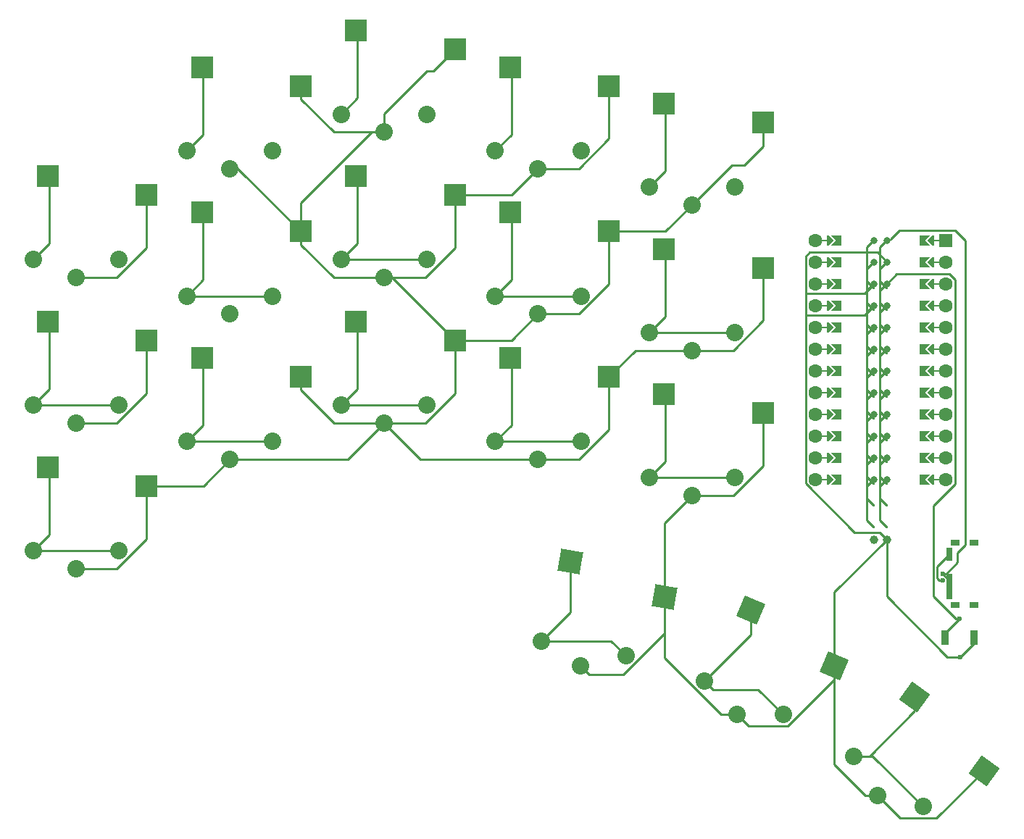
<source format=gbr>
%TF.GenerationSoftware,KiCad,Pcbnew,6.0.5*%
%TF.CreationDate,2022-05-30T20:25:03+02:00*%
%TF.ProjectId,main,6d61696e-2e6b-4696-9361-645f70636258,v1.0.0*%
%TF.SameCoordinates,Original*%
%TF.FileFunction,Copper,L2,Bot*%
%TF.FilePolarity,Positive*%
%FSLAX46Y46*%
G04 Gerber Fmt 4.6, Leading zero omitted, Abs format (unit mm)*
G04 Created by KiCad (PCBNEW 6.0.5) date 2022-05-30 20:25:03*
%MOMM*%
%LPD*%
G01*
G04 APERTURE LIST*
G04 Aperture macros list*
%AMRotRect*
0 Rectangle, with rotation*
0 The origin of the aperture is its center*
0 $1 length*
0 $2 width*
0 $3 Rotation angle, in degrees counterclockwise*
0 Add horizontal line*
21,1,$1,$2,0,0,$3*%
%AMFreePoly0*
4,1,5,0.125000,-0.500000,-0.125000,-0.500000,-0.125000,0.500000,0.125000,0.500000,0.125000,-0.500000,0.125000,-0.500000,$1*%
%AMFreePoly1*
4,1,6,0.600000,-0.250000,-0.600000,-0.250000,-0.600000,1.000000,0.000000,0.400000,0.600000,1.000000,0.600000,-0.250000,0.600000,-0.250000,$1*%
%AMFreePoly2*
4,1,6,0.600000,0.200000,0.000000,-0.400000,-0.600000,0.200000,-0.600000,0.400000,0.600000,0.400000,0.600000,0.200000,0.600000,0.200000,$1*%
%AMFreePoly3*
4,1,49,0.004773,0.123721,0.009154,0.124665,0.028961,0.117240,0.062500,0.108253,0.068237,0.102516,0.075053,0.099961,0.087617,0.083136,0.108253,0.062500,0.111178,0.051584,0.117161,0.043572,0.118539,0.024114,0.125000,0.000000,0.121239,-0.014035,0.122131,-0.026629,0.113759,-0.041951,0.108253,-0.062500,0.095644,-0.075109,0.088389,-0.088388,-0.641000,-0.817776,-0.641000,-4.770224,
0.088389,-5.499612,0.109852,-5.528356,0.124665,-5.597154,0.099961,-5.663053,0.043572,-5.705161,-0.026629,-5.710131,-0.088388,-5.676389,-0.854388,-4.910388,-0.867707,-4.892552,-0.871189,-4.889530,-0.871982,-4.886826,-0.875852,-4.881644,-0.882331,-4.851549,-0.891000,-4.822000,-0.891000,-0.766000,-0.887805,-0.743969,-0.888131,-0.739371,-0.886780,-0.736898,-0.885852,-0.730498,-0.869151,-0.704632,
-0.854388,-0.677612,-0.088388,0.088389,-0.064606,0.106147,-0.062500,0.108253,-0.061385,0.108552,-0.059644,0.109852,-0.043806,0.113262,0.000000,0.125000,0.004773,0.123721,0.004773,0.123721,$1*%
G04 Aperture macros list end*
%TA.AperFunction,ComponentPad*%
%ADD10C,0.600000*%
%TD*%
%TA.AperFunction,ComponentPad*%
%ADD11C,2.032000*%
%TD*%
%TA.AperFunction,SMDPad,CuDef*%
%ADD12R,2.600000X2.600000*%
%TD*%
%TA.AperFunction,SMDPad,CuDef*%
%ADD13RotRect,2.600000X2.600000X350.000000*%
%TD*%
%TA.AperFunction,SMDPad,CuDef*%
%ADD14RotRect,2.600000X2.600000X337.000000*%
%TD*%
%TA.AperFunction,SMDPad,CuDef*%
%ADD15RotRect,2.600000X2.600000X324.000000*%
%TD*%
%TA.AperFunction,ComponentPad*%
%ADD16C,1.600000*%
%TD*%
%TA.AperFunction,ComponentPad*%
%ADD17R,1.600000X1.600000*%
%TD*%
%TA.AperFunction,SMDPad,CuDef*%
%ADD18FreePoly0,90.000000*%
%TD*%
%TA.AperFunction,SMDPad,CuDef*%
%ADD19FreePoly1,90.000000*%
%TD*%
%TA.AperFunction,SMDPad,CuDef*%
%ADD20FreePoly2,90.000000*%
%TD*%
%TA.AperFunction,SMDPad,CuDef*%
%ADD21FreePoly0,270.000000*%
%TD*%
%TA.AperFunction,SMDPad,CuDef*%
%ADD22FreePoly2,270.000000*%
%TD*%
%TA.AperFunction,SMDPad,CuDef*%
%ADD23FreePoly1,270.000000*%
%TD*%
%TA.AperFunction,SMDPad,CuDef*%
%ADD24FreePoly3,90.000000*%
%TD*%
%TA.AperFunction,SMDPad,CuDef*%
%ADD25FreePoly3,270.000000*%
%TD*%
%TA.AperFunction,ComponentPad*%
%ADD26C,0.800000*%
%TD*%
%TA.AperFunction,ComponentPad*%
%ADD27C,1.000000*%
%TD*%
%TA.AperFunction,SMDPad,CuDef*%
%ADD28R,0.700000X1.500000*%
%TD*%
%TA.AperFunction,SMDPad,CuDef*%
%ADD29R,1.000000X0.800000*%
%TD*%
%TA.AperFunction,SMDPad,CuDef*%
%ADD30R,0.900000X1.700000*%
%TD*%
%TA.AperFunction,Conductor*%
%ADD31C,0.250000*%
%TD*%
G04 APERTURE END LIST*
D10*
%TO.P,REF\u002A\u002A,1*%
%TO.N,GND*%
X121329022Y-16250000D03*
%TD*%
D11*
%TO.P,S1,1*%
%TO.N,P5*%
X13000000Y-3800000D03*
%TO.P,S1,2*%
%TO.N,GND*%
X18000000Y-5900000D03*
%TO.P,S1,1*%
%TO.N,P5*%
X23000000Y-3800000D03*
%TO.P,S1,2*%
%TO.N,GND*%
X18000000Y-5900000D03*
%TD*%
D12*
%TO.P,S2,1*%
%TO.N,P5*%
X14725000Y5950000D03*
%TO.P,S2,2*%
%TO.N,GND*%
X26275000Y3750000D03*
%TD*%
D11*
%TO.P,S3,1*%
%TO.N,P1*%
X13000000Y13200000D03*
%TO.P,S3,2*%
%TO.N,GND*%
X18000000Y11100000D03*
%TO.P,S3,1*%
%TO.N,P1*%
X23000000Y13200000D03*
%TO.P,S3,2*%
%TO.N,GND*%
X18000000Y11100000D03*
%TD*%
D12*
%TO.P,S4,1*%
%TO.N,P1*%
X14725000Y22950000D03*
%TO.P,S4,2*%
%TO.N,GND*%
X26275000Y20750000D03*
%TD*%
D11*
%TO.P,S5,1*%
%TO.N,P15*%
X13000000Y30200000D03*
%TO.P,S5,2*%
%TO.N,GND*%
X18000000Y28100000D03*
%TO.P,S5,1*%
%TO.N,P15*%
X23000000Y30200000D03*
%TO.P,S5,2*%
%TO.N,GND*%
X18000000Y28100000D03*
%TD*%
D12*
%TO.P,S6,1*%
%TO.N,P15*%
X14725000Y39950000D03*
%TO.P,S6,2*%
%TO.N,GND*%
X26275000Y37750000D03*
%TD*%
D11*
%TO.P,S7,1*%
%TO.N,P6*%
X31000000Y8950000D03*
%TO.P,S7,2*%
%TO.N,GND*%
X36000000Y6850000D03*
%TO.P,S7,1*%
%TO.N,P6*%
X41000000Y8950000D03*
%TO.P,S7,2*%
%TO.N,GND*%
X36000000Y6850000D03*
%TD*%
D12*
%TO.P,S8,1*%
%TO.N,P6*%
X32725000Y18700000D03*
%TO.P,S8,2*%
%TO.N,GND*%
X44275000Y16500000D03*
%TD*%
D11*
%TO.P,S9,1*%
%TO.N,P0*%
X31000000Y25950000D03*
%TO.P,S9,2*%
%TO.N,GND*%
X36000000Y23850000D03*
%TO.P,S9,1*%
%TO.N,P0*%
X41000000Y25950000D03*
%TO.P,S9,2*%
%TO.N,GND*%
X36000000Y23850000D03*
%TD*%
D12*
%TO.P,S10,1*%
%TO.N,P0*%
X32725000Y35700000D03*
%TO.P,S10,2*%
%TO.N,GND*%
X44275000Y33500000D03*
%TD*%
D11*
%TO.P,S11,1*%
%TO.N,P18*%
X31000000Y42950000D03*
%TO.P,S11,2*%
%TO.N,GND*%
X36000000Y40850000D03*
%TO.P,S11,1*%
%TO.N,P18*%
X41000000Y42950000D03*
%TO.P,S11,2*%
%TO.N,GND*%
X36000000Y40850000D03*
%TD*%
D12*
%TO.P,S12,1*%
%TO.N,P18*%
X32725000Y52700000D03*
%TO.P,S12,2*%
%TO.N,GND*%
X44275000Y50500000D03*
%TD*%
D11*
%TO.P,S13,1*%
%TO.N,P7*%
X49000000Y13200000D03*
%TO.P,S13,2*%
%TO.N,GND*%
X54000000Y11100000D03*
%TO.P,S13,1*%
%TO.N,P7*%
X59000000Y13200000D03*
%TO.P,S13,2*%
%TO.N,GND*%
X54000000Y11100000D03*
%TD*%
D12*
%TO.P,S14,1*%
%TO.N,P7*%
X50725000Y22950000D03*
%TO.P,S14,2*%
%TO.N,GND*%
X62275000Y20750000D03*
%TD*%
D11*
%TO.P,S15,1*%
%TO.N,P2*%
X49000000Y30200000D03*
%TO.P,S15,2*%
%TO.N,GND*%
X54000000Y28100000D03*
%TO.P,S15,1*%
%TO.N,P2*%
X59000000Y30200000D03*
%TO.P,S15,2*%
%TO.N,GND*%
X54000000Y28100000D03*
%TD*%
D12*
%TO.P,S16,1*%
%TO.N,P2*%
X50725000Y39950000D03*
%TO.P,S16,2*%
%TO.N,GND*%
X62275000Y37750000D03*
%TD*%
D11*
%TO.P,S17,1*%
%TO.N,P19*%
X49000000Y47200000D03*
%TO.P,S17,2*%
%TO.N,GND*%
X54000000Y45100000D03*
%TO.P,S17,1*%
%TO.N,P19*%
X59000000Y47200000D03*
%TO.P,S17,2*%
%TO.N,GND*%
X54000000Y45100000D03*
%TD*%
D12*
%TO.P,S18,1*%
%TO.N,P19*%
X50725000Y56950000D03*
%TO.P,S18,2*%
%TO.N,GND*%
X62275000Y54750000D03*
%TD*%
D11*
%TO.P,S19,1*%
%TO.N,P8*%
X67000000Y8950000D03*
%TO.P,S19,2*%
%TO.N,GND*%
X72000000Y6850000D03*
%TO.P,S19,1*%
%TO.N,P8*%
X77000000Y8950000D03*
%TO.P,S19,2*%
%TO.N,GND*%
X72000000Y6850000D03*
%TD*%
D12*
%TO.P,S20,1*%
%TO.N,P8*%
X68725000Y18700000D03*
%TO.P,S20,2*%
%TO.N,GND*%
X80275000Y16500000D03*
%TD*%
D11*
%TO.P,S21,1*%
%TO.N,P3*%
X67000000Y25950000D03*
%TO.P,S21,2*%
%TO.N,GND*%
X72000000Y23850000D03*
%TO.P,S21,1*%
%TO.N,P3*%
X77000000Y25950000D03*
%TO.P,S21,2*%
%TO.N,GND*%
X72000000Y23850000D03*
%TD*%
D12*
%TO.P,S22,1*%
%TO.N,P3*%
X68725000Y35700000D03*
%TO.P,S22,2*%
%TO.N,GND*%
X80275000Y33500000D03*
%TD*%
D11*
%TO.P,S23,2*%
%TO.N,GND*%
X72000000Y40850000D03*
%TO.P,S23,1*%
%TO.N,P20*%
X77000000Y42950000D03*
%TO.P,S23,2*%
%TO.N,GND*%
X72000000Y40850000D03*
%TO.P,S23,1*%
%TO.N,P20*%
X67000000Y42950000D03*
%TD*%
D12*
%TO.P,S24,2*%
%TO.N,GND*%
X80275000Y50500000D03*
%TO.P,S24,1*%
%TO.N,P20*%
X68725000Y52700000D03*
%TD*%
D11*
%TO.P,S25,1*%
%TO.N,P9*%
X85000000Y4700000D03*
%TO.P,S25,2*%
%TO.N,GND*%
X90000000Y2600000D03*
%TO.P,S25,1*%
%TO.N,P9*%
X95000000Y4700000D03*
%TO.P,S25,2*%
%TO.N,GND*%
X90000000Y2600000D03*
%TD*%
D12*
%TO.P,S26,1*%
%TO.N,P9*%
X86725000Y14450000D03*
%TO.P,S26,2*%
%TO.N,GND*%
X98275000Y12250000D03*
%TD*%
D11*
%TO.P,S27,1*%
%TO.N,P4*%
X85000000Y21700000D03*
%TO.P,S27,2*%
%TO.N,GND*%
X90000000Y19600000D03*
%TO.P,S27,1*%
%TO.N,P4*%
X95000000Y21700000D03*
%TO.P,S27,2*%
%TO.N,GND*%
X90000000Y19600000D03*
%TD*%
D12*
%TO.P,S28,1*%
%TO.N,P4*%
X86725000Y31450000D03*
%TO.P,S28,2*%
%TO.N,GND*%
X98275000Y29250000D03*
%TD*%
D11*
%TO.P,S29,1*%
%TO.N,P21*%
X85000000Y38700000D03*
%TO.P,S29,2*%
%TO.N,GND*%
X90000000Y36600000D03*
%TO.P,S29,1*%
%TO.N,P21*%
X95000000Y38700000D03*
%TO.P,S29,2*%
%TO.N,GND*%
X90000000Y36600000D03*
%TD*%
D12*
%TO.P,S30,1*%
%TO.N,P21*%
X86725000Y48450000D03*
%TO.P,S30,2*%
%TO.N,GND*%
X98275000Y46250000D03*
%TD*%
D11*
%TO.P,S31,1*%
%TO.N,P10*%
X72416098Y-14374029D03*
%TO.P,S31,2*%
%TO.N,GND*%
X76975476Y-17310366D03*
%TO.P,S31,1*%
%TO.N,P10*%
X82264176Y-16110510D03*
%TO.P,S31,2*%
%TO.N,GND*%
X76975476Y-17310366D03*
%TD*%
D13*
%TO.P,S32,1*%
%TO.N,P10*%
X75807961Y-5071696D03*
%TO.P,S32,2*%
%TO.N,GND*%
X86800465Y-9243910D03*
%TD*%
D11*
%TO.P,S33,1*%
%TO.N,P16*%
X91420934Y-19022658D03*
%TO.P,S33,2*%
%TO.N,GND*%
X95202923Y-22909374D03*
%TO.P,S33,1*%
%TO.N,P16*%
X100625983Y-22929969D03*
%TO.P,S33,2*%
%TO.N,GND*%
X95202923Y-22909374D03*
%TD*%
D14*
%TO.P,S34,1*%
%TO.N,P16*%
X96818434Y-10721747D03*
%TO.P,S34,2*%
%TO.N,GND*%
X106590656Y-17259802D03*
%TD*%
D11*
%TO.P,S35,1*%
%TO.N,P14*%
X108892963Y-27827301D03*
%TO.P,S35,2*%
%TO.N,GND*%
X111703699Y-32465163D03*
%TO.P,S35,1*%
%TO.N,P14*%
X116983133Y-33705154D03*
%TO.P,S35,2*%
%TO.N,GND*%
X111703699Y-32465163D03*
%TD*%
D15*
%TO.P,S36,1*%
%TO.N,P14*%
X116019424Y-20953315D03*
%TO.P,S36,2*%
%TO.N,GND*%
X124070442Y-29522072D03*
%TD*%
D16*
%TO.P,MCU1,*%
%TO.N,*%
X104380000Y32470000D03*
X104380000Y29930000D03*
X104380000Y27390000D03*
X104380000Y24850000D03*
X104380000Y22310000D03*
X104380000Y19770000D03*
X104380000Y17230000D03*
X104380000Y14690000D03*
X104380000Y12150000D03*
X104380000Y9610000D03*
X104380000Y7070000D03*
X104380000Y4530000D03*
X119620000Y4530000D03*
X119620000Y7070000D03*
X119620000Y9610000D03*
X119620000Y12150000D03*
X119620000Y14690000D03*
X119620000Y17230000D03*
X119620000Y19770000D03*
X119620000Y22310000D03*
X119620000Y24850000D03*
X119620000Y27390000D03*
X119620000Y29930000D03*
X119620000Y32470000D03*
D17*
X119620000Y32470000D03*
D18*
X105650000Y32470000D03*
D19*
%TO.P,MCU1,1*%
%TO.N,RAW*%
X107174000Y32470000D03*
D20*
%TO.P,MCU1,*%
%TO.N,*%
X106158000Y32470000D03*
D18*
X105650000Y29930000D03*
D20*
X106158000Y29930000D03*
D19*
%TO.P,MCU1,2*%
%TO.N,N/C*%
X107174000Y29930000D03*
D18*
%TO.P,MCU1,*%
%TO.N,*%
X105650000Y27390000D03*
D20*
X106158000Y27390000D03*
D19*
%TO.P,MCU1,3*%
%TO.N,RST*%
X107174000Y27390000D03*
D18*
%TO.P,MCU1,*%
%TO.N,*%
X105650000Y24850000D03*
D20*
X106158000Y24850000D03*
D19*
%TO.P,MCU1,4*%
%TO.N,VCC*%
X107174000Y24850000D03*
D18*
%TO.P,MCU1,*%
%TO.N,*%
X105650000Y22310000D03*
D20*
X106158000Y22310000D03*
D19*
%TO.P,MCU1,5*%
%TO.N,P21*%
X107174000Y22310000D03*
D18*
%TO.P,MCU1,*%
%TO.N,*%
X105650000Y19770000D03*
D20*
X106158000Y19770000D03*
D19*
%TO.P,MCU1,6*%
%TO.N,P20*%
X107174000Y19770000D03*
D18*
%TO.P,MCU1,*%
%TO.N,*%
X105650000Y17230000D03*
D20*
X106158000Y17230000D03*
D19*
%TO.P,MCU1,7*%
%TO.N,P19*%
X107174000Y17230000D03*
D18*
%TO.P,MCU1,*%
%TO.N,*%
X105650000Y14690000D03*
D20*
X106158000Y14690000D03*
D19*
%TO.P,MCU1,8*%
%TO.N,P18*%
X107174000Y14690000D03*
D18*
%TO.P,MCU1,*%
%TO.N,*%
X105650000Y12150000D03*
D20*
X106158000Y12150000D03*
D19*
%TO.P,MCU1,9*%
%TO.N,P15*%
X107174000Y12150000D03*
D18*
%TO.P,MCU1,*%
%TO.N,*%
X105650000Y9610000D03*
D20*
X106158000Y9610000D03*
D19*
%TO.P,MCU1,10*%
%TO.N,P14*%
X107174000Y9610000D03*
D18*
%TO.P,MCU1,*%
%TO.N,*%
X105650000Y7070000D03*
D20*
X106158000Y7070000D03*
D19*
%TO.P,MCU1,11*%
%TO.N,P16*%
X107174000Y7070000D03*
D18*
%TO.P,MCU1,*%
%TO.N,*%
X105650000Y4530000D03*
D20*
X106158000Y4530000D03*
D19*
%TO.P,MCU1,12*%
%TO.N,P10*%
X107174000Y4530000D03*
D21*
%TO.P,MCU1,*%
%TO.N,*%
X118350000Y32470000D03*
D22*
X117842000Y32470000D03*
D23*
%TO.P,MCU1,24*%
%TO.N,P1*%
X116826000Y32470000D03*
%TO.P,MCU1,23*%
%TO.N,P0*%
X116826000Y29930000D03*
D21*
%TO.P,MCU1,*%
%TO.N,*%
X118350000Y29930000D03*
D22*
X117842000Y29930000D03*
D23*
%TO.P,MCU1,22*%
%TO.N,GND*%
X116826000Y27390000D03*
D21*
%TO.P,MCU1,*%
%TO.N,*%
X118350000Y27390000D03*
D22*
X117842000Y27390000D03*
D23*
%TO.P,MCU1,21*%
%TO.N,GND*%
X116826000Y24850000D03*
D21*
%TO.P,MCU1,*%
%TO.N,*%
X118350000Y24850000D03*
D22*
X117842000Y24850000D03*
D23*
%TO.P,MCU1,20*%
%TO.N,P2*%
X116826000Y22310000D03*
D21*
%TO.P,MCU1,*%
%TO.N,*%
X118350000Y22310000D03*
D22*
X117842000Y22310000D03*
D23*
%TO.P,MCU1,19*%
%TO.N,P3*%
X116826000Y19770000D03*
D21*
%TO.P,MCU1,*%
%TO.N,*%
X118350000Y19770000D03*
D22*
X117842000Y19770000D03*
D23*
%TO.P,MCU1,18*%
%TO.N,P4*%
X116826000Y17230000D03*
D21*
%TO.P,MCU1,*%
%TO.N,*%
X118350000Y17230000D03*
D22*
X117842000Y17230000D03*
D23*
%TO.P,MCU1,17*%
%TO.N,P5*%
X116826000Y14690000D03*
D21*
%TO.P,MCU1,*%
%TO.N,*%
X118350000Y14690000D03*
D22*
X117842000Y14690000D03*
D23*
%TO.P,MCU1,16*%
%TO.N,P6*%
X116826000Y12150000D03*
D21*
%TO.P,MCU1,*%
%TO.N,*%
X118350000Y12150000D03*
D22*
X117842000Y12150000D03*
D23*
%TO.P,MCU1,15*%
%TO.N,P7*%
X116826000Y9610000D03*
D21*
%TO.P,MCU1,*%
%TO.N,*%
X118350000Y9610000D03*
D22*
X117842000Y9610000D03*
D23*
%TO.P,MCU1,14*%
%TO.N,P8*%
X116826000Y7070000D03*
D21*
%TO.P,MCU1,*%
%TO.N,*%
X118350000Y7070000D03*
D22*
X117842000Y7070000D03*
D23*
%TO.P,MCU1,13*%
%TO.N,P9*%
X116826000Y4530000D03*
D21*
%TO.P,MCU1,*%
%TO.N,*%
X118350000Y4530000D03*
D22*
X117842000Y4530000D03*
D24*
%TO.P,MCU1,23*%
%TO.N,P0*%
X111238000Y29930000D03*
D25*
%TO.P,MCU1,2*%
%TO.N,GND*%
X112762000Y29930000D03*
D26*
X112762000Y29930000D03*
%TO.P,MCU1,23*%
%TO.N,P0*%
X111238000Y29930000D03*
%TO.P,MCU1,24*%
%TO.N,P1*%
X111238000Y32470000D03*
%TO.P,MCU1,1*%
%TO.N,RAW*%
X112762000Y32470000D03*
D24*
%TO.P,MCU1,24*%
%TO.N,P1*%
X111238000Y32470000D03*
D25*
%TO.P,MCU1,1*%
%TO.N,RAW*%
X112762000Y32470000D03*
D26*
%TO.P,MCU1,22*%
%TO.N,GND*%
X111238000Y27390000D03*
%TO.P,MCU1,3*%
%TO.N,RST*%
X112762000Y27390000D03*
D24*
%TO.P,MCU1,22*%
%TO.N,GND*%
X111238000Y27390000D03*
D25*
%TO.P,MCU1,3*%
%TO.N,RST*%
X112762000Y27390000D03*
D26*
%TO.P,MCU1,21*%
%TO.N,GND*%
X111238000Y24850000D03*
%TO.P,MCU1,4*%
%TO.N,VCC*%
X112762000Y24850000D03*
D24*
%TO.P,MCU1,21*%
%TO.N,GND*%
X111238000Y24850000D03*
D25*
%TO.P,MCU1,4*%
%TO.N,VCC*%
X112762000Y24850000D03*
D26*
%TO.P,MCU1,20*%
%TO.N,P2*%
X111238000Y22310000D03*
%TO.P,MCU1,5*%
%TO.N,P21*%
X112762000Y22310000D03*
D24*
%TO.P,MCU1,20*%
%TO.N,P2*%
X111238000Y22310000D03*
D25*
%TO.P,MCU1,5*%
%TO.N,P21*%
X112762000Y22310000D03*
D26*
%TO.P,MCU1,19*%
%TO.N,P3*%
X111238000Y19770000D03*
%TO.P,MCU1,6*%
%TO.N,P20*%
X112762000Y19770000D03*
D24*
%TO.P,MCU1,19*%
%TO.N,P3*%
X111238000Y19770000D03*
D25*
%TO.P,MCU1,6*%
%TO.N,P20*%
X112762000Y19770000D03*
D26*
%TO.P,MCU1,18*%
%TO.N,P4*%
X111238000Y17230000D03*
%TO.P,MCU1,7*%
%TO.N,P19*%
X112762000Y17230000D03*
D24*
%TO.P,MCU1,18*%
%TO.N,P4*%
X111238000Y17230000D03*
D25*
%TO.P,MCU1,7*%
%TO.N,P19*%
X112762000Y17230000D03*
D26*
%TO.P,MCU1,17*%
%TO.N,P5*%
X111238000Y14690000D03*
%TO.P,MCU1,8*%
%TO.N,P18*%
X112762000Y14690000D03*
D24*
%TO.P,MCU1,17*%
%TO.N,P5*%
X111238000Y14690000D03*
D25*
%TO.P,MCU1,8*%
%TO.N,P18*%
X112762000Y14690000D03*
D26*
%TO.P,MCU1,16*%
%TO.N,P6*%
X111238000Y12150000D03*
%TO.P,MCU1,9*%
%TO.N,P15*%
X112762000Y12150000D03*
D24*
%TO.P,MCU1,16*%
%TO.N,P6*%
X111238000Y12150000D03*
D25*
%TO.P,MCU1,9*%
%TO.N,P15*%
X112762000Y12150000D03*
D26*
%TO.P,MCU1,15*%
%TO.N,P7*%
X111238000Y9610000D03*
%TO.P,MCU1,10*%
%TO.N,P14*%
X112762000Y9610000D03*
D24*
%TO.P,MCU1,15*%
%TO.N,P7*%
X111238000Y9610000D03*
D25*
%TO.P,MCU1,10*%
%TO.N,P14*%
X112762000Y9610000D03*
D26*
%TO.P,MCU1,14*%
%TO.N,P8*%
X111238000Y7070000D03*
%TO.P,MCU1,11*%
%TO.N,P16*%
X112762000Y7070000D03*
D24*
%TO.P,MCU1,14*%
%TO.N,P8*%
X111238000Y7070000D03*
D25*
%TO.P,MCU1,11*%
%TO.N,P16*%
X112762000Y7070000D03*
D26*
%TO.P,MCU1,13*%
%TO.N,P9*%
X111238000Y4530000D03*
%TO.P,MCU1,12*%
%TO.N,P10*%
X112762000Y4530000D03*
D24*
%TO.P,MCU1,13*%
%TO.N,P9*%
X111238000Y4530000D03*
D25*
%TO.P,MCU1,12*%
%TO.N,P10*%
X112762000Y4530000D03*
%TD*%
D27*
%TO.P,,1*%
%TO.N,pos*%
X111250000Y-2500000D03*
%TO.P,,2*%
%TO.N,GND*%
X112750000Y-2500000D03*
%TD*%
D28*
%TO.P,,1*%
%TO.N,pos*%
X120070000Y-4250000D03*
%TO.P,,2*%
%TO.N,RAW*%
X120070000Y-7250000D03*
%TO.P,,3*%
%TO.N,N/C*%
X120070000Y-8750000D03*
D29*
%TO.P,,*%
%TO.N,*%
X122930000Y-2850000D03*
X122930000Y-10150000D03*
X120720000Y-10150000D03*
X120720000Y-2850000D03*
%TD*%
D30*
%TO.P,,2*%
%TO.N,GND*%
X122929022Y-14000000D03*
%TO.P,,1*%
%TO.N,RST*%
X119529022Y-14000000D03*
%TD*%
D10*
%TO.P,REF\u002A\u002A,1*%
%TO.N,RAW*%
X119250000Y-6500000D03*
%TD*%
%TO.P,REF\u002A\u002A,1*%
%TO.N,pos*%
X119250000Y-7250000D03*
%TD*%
%TO.P,REF\u002A\u002A,1*%
%TO.N,RST*%
X121270978Y-11750000D03*
%TD*%
D31*
%TO.N,GND*%
X80275000Y50500000D02*
X80275000Y44329230D01*
X80275000Y44329230D02*
X76795770Y40850000D01*
X76795770Y40850000D02*
X72000000Y40850000D01*
X98275000Y29250000D02*
X98275000Y23079230D01*
X98275000Y23079230D02*
X94795770Y19600000D01*
X94795770Y19600000D02*
X90000000Y19600000D01*
X103255489Y23755489D02*
X103255489Y26255489D01*
X103255489Y4064211D02*
X103255489Y23755489D01*
X103255489Y23755489D02*
X103285489Y23725489D01*
X103285489Y23725489D02*
X110113489Y23725489D01*
X110113489Y23725489D02*
X111238000Y24850000D01*
X103255489Y26255489D02*
X103255489Y30600978D01*
X103255489Y26255489D02*
X110103489Y26255489D01*
X110103489Y26255489D02*
X111238000Y27390000D01*
X112750000Y-2500000D02*
X111925489Y-1675489D01*
X111925489Y-1675489D02*
X108995189Y-1675489D01*
X108995189Y-1675489D02*
X103255489Y4064211D01*
X103709022Y31054511D02*
X111637489Y31054511D01*
X111637489Y31054511D02*
X112762000Y29930000D01*
X103255489Y30600978D02*
X103709022Y31054511D01*
X62275000Y54750000D02*
X59750421Y52225421D01*
X59750421Y52225421D02*
X58992413Y52225421D01*
X58992413Y52225421D02*
X54000000Y47233008D01*
X54000000Y47233008D02*
X54000000Y45100000D01*
X90000000Y19600000D02*
X83375000Y19600000D01*
X83375000Y19600000D02*
X80275000Y16500000D01*
X80275000Y33500000D02*
X86900000Y33500000D01*
X86900000Y33500000D02*
X90000000Y36600000D01*
X72000000Y23850000D02*
X76795770Y23850000D01*
X76795770Y23850000D02*
X80275000Y27329230D01*
X80275000Y27329230D02*
X80275000Y33500000D01*
X62275000Y37750000D02*
X62275000Y31579230D01*
X58795770Y28100000D02*
X54000000Y28100000D01*
X62275000Y31579230D02*
X58795770Y28100000D01*
X62275000Y37750000D02*
X68900000Y37750000D01*
X68900000Y37750000D02*
X72000000Y40850000D01*
X44275000Y50500000D02*
X44275000Y48950000D01*
X44275000Y48950000D02*
X48125000Y45100000D01*
X48125000Y45100000D02*
X54000000Y45100000D01*
X44275000Y33500000D02*
X44275000Y36811840D01*
X44275000Y36811840D02*
X52563160Y45100000D01*
X52563160Y45100000D02*
X54000000Y45100000D01*
X44275000Y33500000D02*
X36925000Y40850000D01*
X36925000Y40850000D02*
X36000000Y40850000D01*
X62275000Y20750000D02*
X54925000Y28100000D01*
X54925000Y28100000D02*
X54000000Y28100000D01*
X62275000Y20750000D02*
X68900000Y20750000D01*
X68900000Y20750000D02*
X72000000Y23850000D01*
X106590656Y-17259802D02*
X106590656Y-8659344D01*
X106590656Y-8659344D02*
X112750000Y-2500000D01*
X90000000Y36600000D02*
X94674579Y41274579D01*
X94674579Y41274579D02*
X96075059Y41274579D01*
X96075059Y41274579D02*
X98275000Y43474520D01*
X98275000Y43474520D02*
X98275000Y46250000D01*
X54000000Y11100000D02*
X58250000Y6850000D01*
X58250000Y6850000D02*
X72000000Y6850000D01*
X36000000Y6850000D02*
X49750000Y6850000D01*
X49750000Y6850000D02*
X54000000Y11100000D01*
X86800465Y-9243910D02*
X86800465Y-599535D01*
X86800465Y-599535D02*
X90000000Y2600000D01*
X86800465Y-9243910D02*
X86800465Y-16297959D01*
X86800465Y-16297959D02*
X93411880Y-22909374D01*
X93411880Y-22909374D02*
X95202923Y-22909374D01*
X106590656Y-17259802D02*
X106590656Y-28788960D01*
X106590656Y-28788960D02*
X110266859Y-32465163D01*
X110266859Y-32465163D02*
X111703699Y-32465163D01*
X106590656Y-17259802D02*
X106590656Y-18861066D01*
X106590656Y-18861066D02*
X101181242Y-24270480D01*
X101181242Y-24270480D02*
X96564029Y-24270480D01*
X96564029Y-24270480D02*
X95202923Y-22909374D01*
X124070442Y-29522072D02*
X118546849Y-35045665D01*
X118546849Y-35045665D02*
X114284201Y-35045665D01*
X114284201Y-35045665D02*
X111703699Y-32465163D01*
X86800465Y-9243910D02*
X86800465Y-13469991D01*
X81944091Y-18326365D02*
X77991475Y-18326365D01*
X86800465Y-13469991D02*
X81944091Y-18326365D01*
X77991475Y-18326365D02*
X76975476Y-17310366D01*
X98275000Y12250000D02*
X98275000Y6079230D01*
X94795770Y2600000D02*
X90000000Y2600000D01*
X98275000Y6079230D02*
X94795770Y2600000D01*
X80275000Y16500000D02*
X80275000Y10329230D01*
X80275000Y10329230D02*
X76795770Y6850000D01*
X76795770Y6850000D02*
X72000000Y6850000D01*
X62275000Y20750000D02*
X62275000Y14579230D01*
X62275000Y14579230D02*
X58795770Y11100000D01*
X58795770Y11100000D02*
X54000000Y11100000D01*
X44275000Y16500000D02*
X44275000Y14950000D01*
X44275000Y14950000D02*
X48125000Y11100000D01*
X48125000Y11100000D02*
X54000000Y11100000D01*
X44275000Y33500000D02*
X44275000Y31950000D01*
X44275000Y31950000D02*
X48125000Y28100000D01*
X48125000Y28100000D02*
X54000000Y28100000D01*
X26275000Y37750000D02*
X26275000Y31579230D01*
X26275000Y31579230D02*
X22795770Y28100000D01*
X22795770Y28100000D02*
X18000000Y28100000D01*
X18000000Y11100000D02*
X22795770Y11100000D01*
X22795770Y11100000D02*
X26275000Y14579230D01*
X26275000Y14579230D02*
X26275000Y20750000D01*
X26275000Y3750000D02*
X32900000Y3750000D01*
X32900000Y3750000D02*
X36000000Y6850000D01*
X26275000Y3750000D02*
X26275000Y-2420770D01*
X26275000Y-2420770D02*
X22795770Y-5900000D01*
X22795770Y-5900000D02*
X18000000Y-5900000D01*
%TO.N,P14*%
X108892963Y-27827301D02*
X111105280Y-27827301D01*
X111105280Y-27827301D02*
X116983133Y-33705154D01*
X116019424Y-20953315D02*
X116019424Y-22560204D01*
X116019424Y-22560204D02*
X110752327Y-27827301D01*
X110752327Y-27827301D02*
X108892963Y-27827301D01*
%TO.N,P16*%
X91420934Y-19022658D02*
X92436933Y-20038657D01*
X92436933Y-20038657D02*
X97734671Y-20038657D01*
X97734671Y-20038657D02*
X100625983Y-22929969D01*
X96818434Y-10721747D02*
X96818434Y-13625158D01*
X96818434Y-13625158D02*
X91420934Y-19022658D01*
%TO.N,P10*%
X72416098Y-14374029D02*
X80527695Y-14374029D01*
X80527695Y-14374029D02*
X82264176Y-16110510D01*
X75807961Y-5071696D02*
X75807961Y-10982166D01*
X75807961Y-10982166D02*
X72416098Y-14374029D01*
%TO.N,P2*%
X50725000Y39950000D02*
X50874521Y39800479D01*
X50874521Y39800479D02*
X50874521Y32074521D01*
X50874521Y32074521D02*
X49000000Y30200000D01*
%TO.N,P0*%
X32725000Y35700000D02*
X32874521Y35550479D01*
X32874521Y35550479D02*
X32874521Y27824521D01*
X32874521Y27824521D02*
X31000000Y25950000D01*
%TO.N,P8*%
X68725000Y18700000D02*
X68874521Y18550479D01*
X68874521Y18550479D02*
X68874521Y10824521D01*
X68874521Y10824521D02*
X67000000Y8950000D01*
%TO.N,P7*%
X50725000Y22950000D02*
X50874521Y22800479D01*
X50874521Y22800479D02*
X50874521Y15074521D01*
X50874521Y15074521D02*
X49000000Y13200000D01*
%TO.N,P6*%
X32725000Y18700000D02*
X32874521Y18550479D01*
X32874521Y18550479D02*
X32874521Y10824521D01*
X32874521Y10824521D02*
X31000000Y8950000D01*
%TO.N,P1*%
X14725000Y22950000D02*
X14874521Y22800479D01*
X14874521Y22800479D02*
X14874521Y15074521D01*
X14874521Y15074521D02*
X13000000Y13200000D01*
%TO.N,P5*%
X14725000Y5950000D02*
X14874521Y5800479D01*
X14874521Y5800479D02*
X14874521Y-1925479D01*
X14874521Y-1925479D02*
X13000000Y-3800000D01*
%TO.N,P1*%
X23000000Y13200000D02*
X13000000Y13200000D01*
%TO.N,P5*%
X23000000Y-3800000D02*
X13000000Y-3800000D01*
%TO.N,P6*%
X41000000Y8950000D02*
X31000000Y8950000D01*
%TO.N,P0*%
X41000000Y25950000D02*
X31000000Y25950000D01*
%TO.N,P2*%
X59000000Y30200000D02*
X49000000Y30200000D01*
%TO.N,P7*%
X59000000Y13200000D02*
X49000000Y13200000D01*
%TO.N,P8*%
X77000000Y8950000D02*
X67000000Y8950000D01*
%TO.N,P9*%
X86725000Y14450000D02*
X86874521Y14300479D01*
X86874521Y14300479D02*
X86874521Y6574521D01*
X86874521Y6574521D02*
X85000000Y4700000D01*
X85000000Y4700000D02*
X95000000Y4700000D01*
%TO.N,P4*%
X85000000Y21700000D02*
X95000000Y21700000D01*
%TO.N,P3*%
X67000000Y25950000D02*
X77000000Y25950000D01*
X68725000Y35700000D02*
X68874521Y35550479D01*
X68874521Y27824521D02*
X67000000Y25950000D01*
X68874521Y35550479D02*
X68874521Y27824521D01*
%TO.N,P4*%
X86725000Y31450000D02*
X86874521Y31300479D01*
X86874521Y31300479D02*
X86874521Y23574521D01*
X86874521Y23574521D02*
X85000000Y21700000D01*
%TO.N,P15*%
X14725000Y39950000D02*
X14874521Y39800479D01*
X14874521Y39800479D02*
X14874521Y32074521D01*
X14874521Y32074521D02*
X13000000Y30200000D01*
%TO.N,P21*%
X86725000Y48450000D02*
X86874521Y48300479D01*
X86874521Y40574521D02*
X85000000Y38700000D01*
X86874521Y48300479D02*
X86874521Y40574521D01*
%TO.N,P20*%
X68725000Y52700000D02*
X68874521Y52550479D01*
X68874521Y52550479D02*
X68874521Y44824521D01*
X68874521Y44824521D02*
X67000000Y42950000D01*
%TO.N,P19*%
X50725000Y56950000D02*
X50874521Y56800479D01*
X50874521Y56800479D02*
X50874521Y49074521D01*
X50874521Y49074521D02*
X49000000Y47200000D01*
%TO.N,P18*%
X32725000Y52700000D02*
X32874521Y52550479D01*
X32874521Y52550479D02*
X32874521Y44824521D01*
X32874521Y44824521D02*
X31000000Y42950000D01*
%TO.N,GND*%
X112750000Y-2500000D02*
X112750000Y-9170000D01*
X112750000Y-9170000D02*
X119830000Y-16250000D01*
X119830000Y-16250000D02*
X121329022Y-16250000D01*
%TO.N,RST*%
X121270978Y-11750000D02*
X120770978Y-11750000D01*
X120770978Y-11750000D02*
X118175969Y-9154991D01*
X118175969Y-9154991D02*
X118175969Y1425969D01*
X118175969Y1425969D02*
X120750000Y4000000D01*
X113886511Y28514511D02*
X112762000Y27390000D01*
X120750000Y4000000D02*
X120750000Y27850300D01*
X120750000Y27850300D02*
X120085789Y28514511D01*
X120085789Y28514511D02*
X113886511Y28514511D01*
%TO.N,GND*%
X122929022Y-14000000D02*
X122929022Y-14650000D01*
X122929022Y-14650000D02*
X121329022Y-16250000D01*
%TO.N,RST*%
X119529022Y-14000000D02*
X119529022Y-13491956D01*
X119529022Y-13491956D02*
X121270978Y-11750000D01*
%TO.N,GND*%
X122750000Y-14000000D02*
X122929022Y-14000000D01*
%TO.N,RAW*%
X114194511Y33594511D02*
X113200000Y32600000D01*
X121900000Y32439022D02*
X120744511Y33594511D01*
X121900000Y-3144511D02*
X121900000Y32439022D01*
X120744511Y33594511D02*
X114194511Y33594511D01*
X121005479Y-4039032D02*
X121900000Y-3144511D01*
X121005479Y-5168785D02*
X121005479Y-4039032D01*
X119674264Y-6500000D02*
X121005479Y-5168785D01*
X119250000Y-6500000D02*
X119674264Y-6500000D01*
%TO.N,pos*%
X119250000Y-7250000D02*
X118825736Y-7250000D01*
X118825736Y-7250000D02*
X118625489Y-7049753D01*
X118625489Y-7049753D02*
X118625489Y-5694511D01*
X118625489Y-5694511D02*
X120070000Y-4250000D01*
%TO.N,RAW*%
X120070000Y-7250000D02*
X120000000Y-7250000D01*
X120000000Y-7250000D02*
X119250000Y-6500000D01*
%TD*%
M02*

</source>
